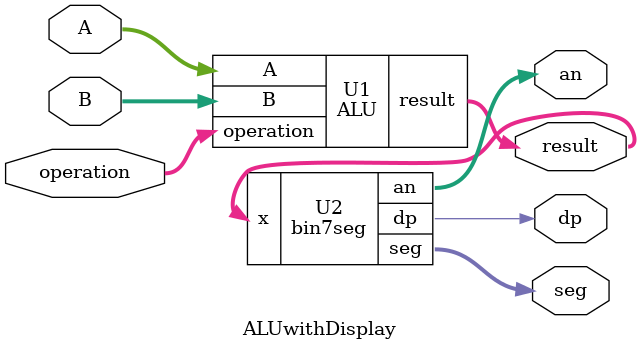
<source format=v>
module ALU ( A, B, operation, result);
	input [3:0] A, B; // 4 bits
	input [2:0] operation; // 3 bits
	output [3:0] result; // 3 bits
	
	reg [3:0] result; // in order to use inside always block
	
	always @(A, B, operation)
		begin
			case (operation)
				3'b000: result = A&B; // can also write in decimal
				3'b001: result = A | B;
				3'b010:result =  ~B;
				3'b011:result = A<<B;
				3'b100:result = A+B;
				3'b101:result = A-B;
				3'b110:result = A*B;
				3'b111:result = A ^ B; // A xor B
				
				endcase
		end
endmodule

// hex to 7-segment decoder; a-g active low
module bin7seg (x, seg, an, dp);
  input [3:0] x ; //4-bit input to display
  output [0:6] seg; // segments from a to g
  output [3:0] an;   //4-bit enable signal
  output dp;

  reg [0:6] seg;

  assign an = 4'b1110;
  assign dp = 1;

  always @(*)

      case(x)
      0: seg = 7'b0000001;
      1: seg = 7'b1001111;
      2: seg = 7'b0010010;
      3: seg = 7'b0000110;
      4: seg = 7'b1001100;
      5: seg = 7'b0100100;
      6: seg = 7'b0100000;
      7: seg = 7'b0001111;
      8: seg = 7'b0000000;
      9: seg = 7'b0000100;
      'hA: seg = 7'b0001000;
      'hb: seg = 7'b1100000;
      'hC: seg = 7'b0110001;
      'hd: seg = 7'b1000010;
      'hE: seg = 7'b0110000;
      15: seg = 7'b0111000;
      default: seg = 7'b0000001; // 0
      endcase

endmodule

module ALUwithDisplay(A, B, operation, result, seg, an, dp );
	input [3:0] A, B;
	input [2:0] operation;
	output [3:0] result;
	output [0:6] seg; // A to F is doing [0:6]
	output [3:0] an;
	output dp;
	
	ALU U1 (A, B, operation, result);
	bin7seg  U2 (result, seg, an, dp); // input, output, output, ouput
endmodule



</source>
